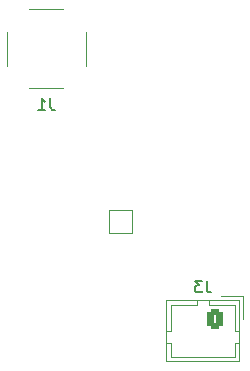
<source format=gbr>
%TF.GenerationSoftware,KiCad,Pcbnew,9.0.0*%
%TF.CreationDate,2025-06-17T12:47:30-07:00*%
%TF.ProjectId,muon_pcb,6d756f6e-5f70-4636-922e-6b696361645f,rev?*%
%TF.SameCoordinates,Original*%
%TF.FileFunction,Legend,Bot*%
%TF.FilePolarity,Positive*%
%FSLAX46Y46*%
G04 Gerber Fmt 4.6, Leading zero omitted, Abs format (unit mm)*
G04 Created by KiCad (PCBNEW 9.0.0) date 2025-06-17 12:47:30*
%MOMM*%
%LPD*%
G01*
G04 APERTURE LIST*
G04 Aperture macros list*
%AMRoundRect*
0 Rectangle with rounded corners*
0 $1 Rounding radius*
0 $2 $3 $4 $5 $6 $7 $8 $9 X,Y pos of 4 corners*
0 Add a 4 corners polygon primitive as box body*
4,1,4,$2,$3,$4,$5,$6,$7,$8,$9,$2,$3,0*
0 Add four circle primitives for the rounded corners*
1,1,$1+$1,$2,$3*
1,1,$1+$1,$4,$5*
1,1,$1+$1,$6,$7*
1,1,$1+$1,$8,$9*
0 Add four rect primitives between the rounded corners*
20,1,$1+$1,$2,$3,$4,$5,0*
20,1,$1+$1,$4,$5,$6,$7,0*
20,1,$1+$1,$6,$7,$8,$9,0*
20,1,$1+$1,$8,$9,$2,$3,0*%
G04 Aperture macros list end*
%ADD10C,0.150000*%
%ADD11C,0.120000*%
%ADD12C,2.376000*%
%ADD13C,2.676000*%
%ADD14C,5.076000*%
%ADD15RoundRect,0.038000X-0.500000X-0.500000X0.500000X-0.500000X0.500000X0.500000X-0.500000X0.500000X0*%
%ADD16O,1.076000X1.076000*%
%ADD17RoundRect,0.265833X0.597167X-0.372167X0.597167X0.372167X-0.597167X0.372167X-0.597167X-0.372167X0*%
%ADD18O,1.726000X1.276000*%
%ADD19C,1.286000*%
%ADD20O,1.876000X1.476000*%
%ADD21C,2.126000*%
%ADD22C,2.326000*%
%ADD23RoundRect,0.038000X1.000000X1.000000X-1.000000X1.000000X-1.000000X-1.000000X1.000000X-1.000000X0*%
%ADD24C,2.076000*%
%ADD25RoundRect,0.265833X0.372167X0.597167X-0.372167X0.597167X-0.372167X-0.597167X0.372167X-0.597167X0*%
%ADD26O,1.276000X1.726000*%
G04 APERTURE END LIST*
D10*
X115703333Y-100424819D02*
X115703333Y-101139104D01*
X115703333Y-101139104D02*
X115750952Y-101281961D01*
X115750952Y-101281961D02*
X115846190Y-101377200D01*
X115846190Y-101377200D02*
X115989047Y-101424819D01*
X115989047Y-101424819D02*
X116084285Y-101424819D01*
X115322380Y-100424819D02*
X114703333Y-100424819D01*
X114703333Y-100424819D02*
X115036666Y-100805771D01*
X115036666Y-100805771D02*
X114893809Y-100805771D01*
X114893809Y-100805771D02*
X114798571Y-100853390D01*
X114798571Y-100853390D02*
X114750952Y-100901009D01*
X114750952Y-100901009D02*
X114703333Y-100996247D01*
X114703333Y-100996247D02*
X114703333Y-101234342D01*
X114703333Y-101234342D02*
X114750952Y-101329580D01*
X114750952Y-101329580D02*
X114798571Y-101377200D01*
X114798571Y-101377200D02*
X114893809Y-101424819D01*
X114893809Y-101424819D02*
X115179523Y-101424819D01*
X115179523Y-101424819D02*
X115274761Y-101377200D01*
X115274761Y-101377200D02*
X115322380Y-101329580D01*
X102453333Y-84994819D02*
X102453333Y-85709104D01*
X102453333Y-85709104D02*
X102500952Y-85851961D01*
X102500952Y-85851961D02*
X102596190Y-85947200D01*
X102596190Y-85947200D02*
X102739047Y-85994819D01*
X102739047Y-85994819D02*
X102834285Y-85994819D01*
X101453333Y-85994819D02*
X102024761Y-85994819D01*
X101739047Y-85994819D02*
X101739047Y-84994819D01*
X101739047Y-84994819D02*
X101834285Y-85137676D01*
X101834285Y-85137676D02*
X101929523Y-85232914D01*
X101929523Y-85232914D02*
X102024761Y-85280533D01*
D11*
%TO.C,J3*%
X112270000Y-102070000D02*
X118470000Y-102070000D01*
X112270000Y-104670000D02*
X112670000Y-104670000D01*
X112270000Y-107270000D02*
X112270000Y-102070000D01*
X112670000Y-102470000D02*
X114870000Y-102470000D01*
X112670000Y-104670000D02*
X112670000Y-102470000D01*
X112670000Y-105670000D02*
X112270000Y-105670000D01*
X112670000Y-106870000D02*
X112670000Y-105670000D01*
X114870000Y-102470000D02*
X114870000Y-102070000D01*
X115870000Y-102470000D02*
X115870000Y-102070000D01*
X118070000Y-102470000D02*
X115870000Y-102470000D01*
X118070000Y-104670000D02*
X118070000Y-102470000D01*
X118070000Y-105670000D02*
X118070000Y-106870000D01*
X118070000Y-106870000D02*
X112670000Y-106870000D01*
X118470000Y-102070000D02*
X118470000Y-107270000D01*
X118470000Y-104670000D02*
X118070000Y-104670000D01*
X118470000Y-105670000D02*
X118070000Y-105670000D01*
X118470000Y-107270000D02*
X112270000Y-107270000D01*
X118780000Y-101760000D02*
X116870000Y-101760000D01*
X118780000Y-103670000D02*
X118780000Y-101760000D01*
%TO.C,J1*%
X98765000Y-82240000D02*
X98765000Y-79340000D01*
X100670000Y-77435000D02*
X103570000Y-77435000D01*
X100670000Y-84145000D02*
X103570000Y-84145000D01*
X105475000Y-82240000D02*
X105475000Y-79340000D01*
%TD*%
%LPC*%
D12*
%TO.C,BT1*%
X164590000Y-117850000D03*
X167690000Y-117850000D03*
X164590000Y-97050000D03*
X167690000Y-97050000D03*
%TD*%
D13*
%TO.C,TP3*%
X152650000Y-89200000D03*
%TD*%
%TO.C,TP1*%
X107110000Y-73170000D03*
%TD*%
D14*
%TO.C,H2*%
X176503280Y-143650755D03*
%TD*%
D15*
%TO.C,J9*%
X108625000Y-67710000D03*
D16*
X109895000Y-67710000D03*
X108625000Y-68980000D03*
X109895000Y-68980000D03*
%TD*%
D17*
%TO.C,J8*%
X114410000Y-120890000D03*
D18*
X116410000Y-120890000D03*
X114410000Y-118890000D03*
X116410000Y-118890000D03*
X114410000Y-116890000D03*
X116410000Y-116890000D03*
X114410000Y-114890000D03*
X116410000Y-114890000D03*
X114410000Y-112890000D03*
X116410000Y-112890000D03*
X114410000Y-110890000D03*
X116410000Y-110890000D03*
%TD*%
D14*
%TO.C,H1*%
X96503280Y-143650755D03*
%TD*%
D19*
%TO.C,U1*%
X162890000Y-84090000D03*
%TD*%
D13*
%TO.C,TP5*%
X151790000Y-108520000D03*
%TD*%
D20*
%TO.C,J12*%
X99400000Y-89120000D03*
X99400000Y-97020000D03*
%TD*%
D13*
%TO.C,TP2*%
X126660000Y-99160000D03*
%TD*%
D21*
%TO.C,J2*%
X171010000Y-70520000D03*
D22*
X168470000Y-67980000D03*
X168470000Y-73060000D03*
X173550000Y-67980000D03*
X173550000Y-73060000D03*
%TD*%
D13*
%TO.C,TP7*%
X112850000Y-94670000D03*
%TD*%
D23*
%TO.C,J6*%
X108410000Y-95500000D03*
D24*
X105870000Y-95500000D03*
%TD*%
D25*
%TO.C,J3*%
X116370000Y-103670000D03*
D26*
X116370000Y-105670000D03*
X114370000Y-103670000D03*
X114370000Y-105670000D03*
%TD*%
D21*
%TO.C,J1*%
X102120000Y-80790000D03*
D22*
X99580000Y-78250000D03*
X99580000Y-83330000D03*
X104660000Y-78250000D03*
X104660000Y-83330000D03*
%TD*%
%LPD*%
M02*

</source>
